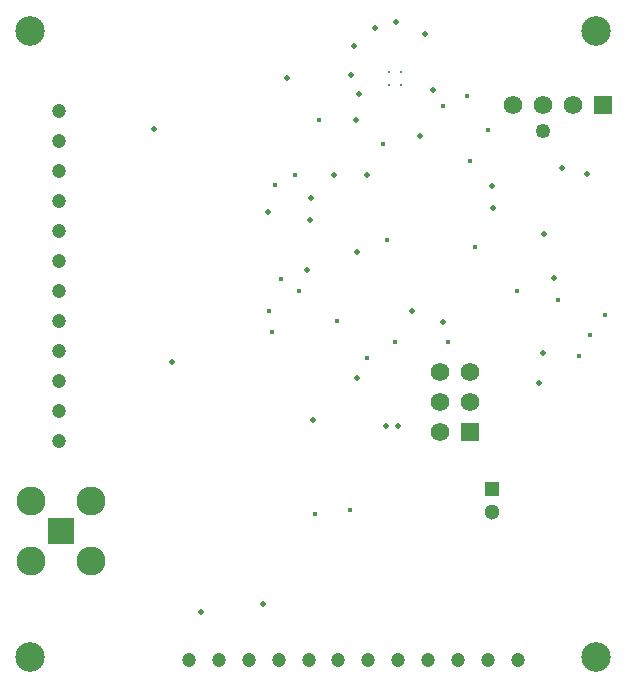
<source format=gbs>
%FSTAX23Y23*%
%MOIN*%
%SFA1B1*%

%IPPOS*%
%ADD73C,0.098425*%
%ADD74R,0.051181X0.051181*%
%ADD75C,0.051181*%
%ADD76C,0.047244*%
%ADD77C,0.061811*%
%ADD78R,0.061811X0.061811*%
%ADD79R,0.061811X0.061811*%
%ADD80C,0.049212*%
%ADD81R,0.090551X0.090551*%
%ADD82C,0.096457*%
%ADD83C,0.015748*%
%ADD84C,0.018937*%
%ADD85C,0.011811*%
%LNunrelo_end_node_pcb-1*%
%LPD*%
G54D73*
X00915Y01043D03*
Y-01043D03*
X-00974D03*
Y01043D03*
G54D74*
X00568Y-00482D03*
G54D75*
X00568Y-00561D03*
G54D76*
X00355Y-01053D03*
X00055D03*
X-00144D03*
X-00344D03*
X-00444D03*
X-00244D03*
X-00044D03*
X00155D03*
X00255D03*
X00455D03*
X00555D03*
X00655D03*
X-00875Y-00023D03*
Y00276D03*
Y00476D03*
Y00676D03*
Y00776D03*
Y00576D03*
Y00376D03*
Y00176D03*
Y00076D03*
Y-00123D03*
Y-00223D03*
Y-00323D03*
G54D77*
X00393Y-00095D03*
Y-00195D03*
Y-00295D03*
X00493Y-00095D03*
Y-00195D03*
X00838Y00795D03*
X00738D03*
X00638D03*
G54D78*
X00493Y-00295D03*
G54D79*
X00938Y00795D03*
G54D80*
X00738Y0071D03*
G54D81*
X-0087Y-00625D03*
G54D82*
X-0077Y-00725D03*
X-0097D03*
X-0077Y-00525D03*
X-0097D03*
G54D83*
X00095Y-00555D03*
X00204Y00665D03*
X00244Y00007D03*
X00216Y00346D03*
X-00177Y0011D03*
X-00165Y00039D03*
X00484Y00826D03*
X00555Y00712D03*
X00421Y00007D03*
X00149Y-00047D03*
X-00023Y-00566D03*
X00403Y00794D03*
X-0009Y00562D03*
X-00157Y00531D03*
X00856Y-00039D03*
X00944Y00098D03*
X-00078Y00177D03*
X-00137Y00216D03*
X00049Y00078D03*
X-00009Y00748D03*
X00787Y00147D03*
X00649Y00177D03*
X00895Y00029D03*
X00492Y0061D03*
X00511Y00323D03*
G54D84*
X00108Y00994D03*
X00149Y00562D03*
X00326Y00692D03*
X00098Y00897D03*
X-00181Y0044D03*
X00039Y00562D03*
X00405Y00074D03*
X00299Y0011D03*
X0037Y00846D03*
X00125Y00834D03*
X-00035Y00488D03*
X00566Y00527D03*
X0057Y00452D03*
X-00118Y00885D03*
X00344Y01033D03*
X00177Y01053D03*
X00114Y00748D03*
X00885Y00566D03*
X00775Y0022D03*
X00799Y00586D03*
X0074Y00366D03*
X00118Y-00114D03*
X00724Y-00129D03*
X00738Y-00029D03*
X-00029Y-00253D03*
X-00501Y-00059D03*
X00213Y-00275D03*
X-00196Y-00866D03*
X00255Y-00275D03*
X-00403Y-00895D03*
X00246Y01072D03*
X-00039Y00413D03*
X-00561Y00718D03*
X00118Y00305D03*
X-00049Y00246D03*
G54D85*
X00265Y00905D03*
X00222D03*
Y00862D03*
X00265D03*
M02*
</source>
